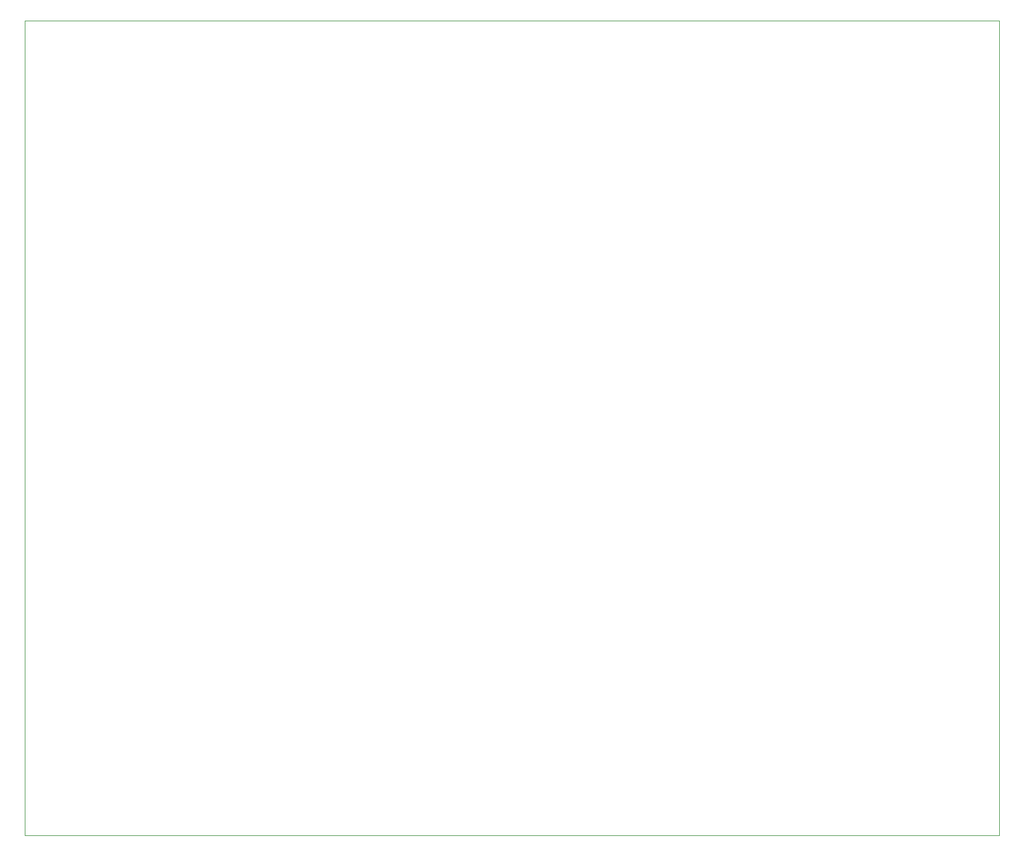
<source format=gbr>
%TF.GenerationSoftware,KiCad,Pcbnew,7.0.8*%
%TF.CreationDate,2024-01-04T13:34:46+01:00*%
%TF.ProjectId,Inverter F446,496e7665-7274-4657-9220-463434362e6b,rev?*%
%TF.SameCoordinates,Original*%
%TF.FileFunction,Profile,NP*%
%FSLAX46Y46*%
G04 Gerber Fmt 4.6, Leading zero omitted, Abs format (unit mm)*
G04 Created by KiCad (PCBNEW 7.0.8) date 2024-01-04 13:34:46*
%MOMM*%
%LPD*%
G01*
G04 APERTURE LIST*
%TA.AperFunction,Profile*%
%ADD10C,0.100000*%
%TD*%
G04 APERTURE END LIST*
D10*
X12700000Y-12700000D02*
X152400000Y-12700000D01*
X152400000Y-129540000D01*
X12700000Y-129540000D01*
X12700000Y-12700000D01*
M02*

</source>
